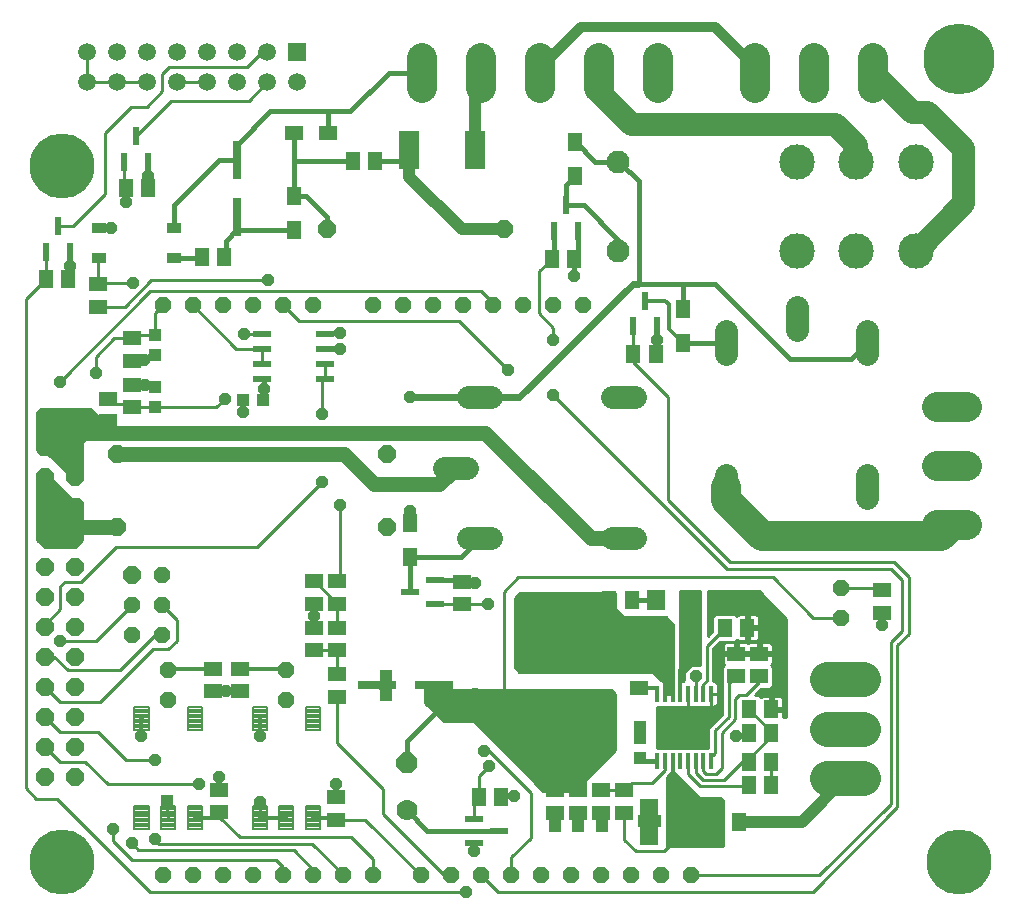
<source format=gtl>
G75*
G70*
%OFA0B0*%
%FSLAX24Y24*%
%IPPOS*%
%LPD*%
%AMOC8*
5,1,8,0,0,1.08239X$1,22.5*
%
%ADD10OC8,0.0594*%
%ADD11R,0.1280X0.0300*%
%ADD12R,0.0591X0.0512*%
%ADD13R,0.0512X0.0591*%
%ADD14R,0.0394X0.0433*%
%ADD15R,0.0551X0.0551*%
%ADD16R,0.0630X0.0709*%
%ADD17R,0.0630X0.0710*%
%ADD18R,0.0140X0.0560*%
%ADD19OC8,0.0554*%
%ADD20OC8,0.0600*%
%ADD21C,0.0780*%
%ADD22R,0.0610X0.0236*%
%ADD23R,0.0600X0.0220*%
%ADD24C,0.0700*%
%ADD25OC8,0.0700*%
%ADD26C,0.1181*%
%ADD27C,0.1000*%
%ADD28R,0.0433X0.0394*%
%ADD29C,0.0083*%
%ADD30R,0.0472X0.0591*%
%ADD31R,0.0220X0.0600*%
%ADD32R,0.2165X0.1969*%
%ADD33OC8,0.0520*%
%ADD34C,0.1181*%
%ADD35C,0.0768*%
%ADD36R,0.0594X0.0594*%
%ADD37C,0.0594*%
%ADD38R,0.0500X0.0350*%
%ADD39R,0.0591X0.0472*%
%ADD40R,0.0709X0.1260*%
%ADD41R,0.0300X0.1280*%
%ADD42R,0.0396X0.0396*%
%ADD43C,0.0120*%
%ADD44C,0.0100*%
%ADD45OC8,0.0396*%
%ADD46C,0.0160*%
%ADD47C,0.0240*%
%ADD48C,0.0500*%
%ADD49C,0.2165*%
%ADD50C,0.0400*%
%ADD51C,0.0140*%
%ADD52C,0.2362*%
%ADD53C,0.0760*%
%ADD54C,0.0320*%
D10*
X003806Y007307D03*
X003806Y008307D03*
X003806Y009307D03*
X003806Y010307D03*
X003806Y011307D03*
X003806Y012307D03*
X003806Y013307D03*
X003806Y014307D03*
X003806Y015307D03*
X003806Y016307D03*
X003806Y017307D03*
X003806Y018307D03*
X003806Y019307D03*
X004806Y019307D03*
X004806Y018307D03*
X004806Y017307D03*
X004806Y016307D03*
X004806Y015307D03*
X004806Y014307D03*
X004806Y013307D03*
X004806Y012307D03*
X004806Y011307D03*
X004806Y010307D03*
X004806Y009307D03*
X004806Y008307D03*
X004806Y007307D03*
D11*
X014881Y010382D03*
X016781Y010382D03*
D12*
X017706Y013058D03*
X017706Y013806D03*
X013556Y013831D03*
X012781Y013831D03*
X012781Y013083D03*
X013556Y013083D03*
X013556Y012281D03*
X013556Y011533D03*
X012781Y011533D03*
X012781Y012281D03*
X013556Y010731D03*
X013556Y009983D03*
X010330Y010168D03*
X009414Y010168D03*
X009414Y010916D03*
X010330Y010916D03*
X009631Y006881D03*
X009631Y006133D03*
X013531Y005883D03*
X013531Y006631D03*
X020806Y006856D03*
X020806Y006108D03*
X021581Y006108D03*
X021581Y006856D03*
X022356Y006856D03*
X022356Y006108D03*
X023131Y006108D03*
X023131Y006856D03*
X023606Y010283D03*
X023606Y011031D03*
X026856Y010658D03*
X026856Y011406D03*
X027631Y011406D03*
X027631Y010658D03*
X031706Y012783D03*
X031706Y013531D03*
X006706Y019633D03*
X006706Y020381D03*
X005906Y019906D03*
X005906Y019158D03*
X006706Y021183D03*
X006706Y021931D03*
X005581Y022983D03*
X005581Y023731D03*
D13*
X004605Y023907D03*
X003857Y023907D03*
X006507Y026932D03*
X007255Y026932D03*
X009057Y024632D03*
X009805Y024632D03*
X014082Y027832D03*
X014830Y027832D03*
X020707Y024582D03*
X021455Y024582D03*
X023432Y021407D03*
X024180Y021407D03*
X023380Y013207D03*
X022632Y013207D03*
X026482Y012282D03*
X027230Y012282D03*
X027282Y009557D03*
X028030Y009557D03*
X028030Y008782D03*
X027282Y008782D03*
X027282Y007807D03*
X028030Y007807D03*
X028030Y007032D03*
X027282Y007032D03*
X026955Y005807D03*
X026207Y005807D03*
X019030Y006632D03*
X018282Y006632D03*
D14*
X023656Y007923D03*
X023656Y008592D03*
X007481Y019623D03*
X007481Y020292D03*
X007481Y021373D03*
X007481Y022042D03*
D15*
X023783Y011907D03*
X025279Y011907D03*
D16*
X025057Y006232D03*
X025057Y005357D03*
X023955Y005357D03*
X023955Y006232D03*
D17*
X024196Y013207D03*
X025316Y013207D03*
D18*
X025261Y010077D03*
X025511Y010077D03*
X025771Y010077D03*
X026031Y010077D03*
X025001Y010077D03*
X024751Y010077D03*
X024491Y010077D03*
X024231Y010077D03*
X024231Y007837D03*
X024491Y007837D03*
X024751Y007837D03*
X025001Y007837D03*
X025261Y007837D03*
X025511Y007837D03*
X025771Y007837D03*
X026031Y007837D03*
D19*
X025356Y004032D03*
X024356Y004032D03*
X023356Y004032D03*
X022356Y004032D03*
X021356Y004032D03*
X020356Y004032D03*
X019356Y004032D03*
X018356Y004032D03*
X017356Y004032D03*
X016356Y004032D03*
X014756Y004032D03*
X013756Y004032D03*
X012756Y004032D03*
X011756Y004032D03*
X010756Y004032D03*
X009756Y004032D03*
X008756Y004032D03*
X007756Y004032D03*
X007706Y012032D03*
X006706Y012032D03*
X006706Y013032D03*
X007706Y013032D03*
X007706Y014032D03*
X007756Y023032D03*
X008756Y023032D03*
X009756Y023032D03*
X010756Y023032D03*
X011756Y023032D03*
X012756Y023032D03*
X014756Y023032D03*
X015756Y023032D03*
X016756Y023032D03*
X017756Y023032D03*
X018756Y023032D03*
X019756Y023032D03*
X020756Y023032D03*
X021756Y023032D03*
D20*
X019106Y025557D03*
X013206Y025557D03*
X015231Y018057D03*
X015231Y015632D03*
X006706Y014032D03*
X006231Y015632D03*
X006231Y018057D03*
D21*
X017116Y017607D02*
X017896Y017607D01*
X017916Y015257D02*
X018696Y015257D01*
X022716Y015257D02*
X023496Y015257D01*
X026531Y016592D02*
X026531Y017372D01*
X023496Y019957D02*
X022716Y019957D01*
X026531Y021392D02*
X026531Y022172D01*
X028881Y022192D02*
X028881Y022972D01*
X031231Y022172D02*
X031231Y021392D01*
X031231Y017372D02*
X031231Y016592D01*
X018696Y019957D02*
X017916Y019957D01*
D22*
X013169Y020584D03*
X013169Y021084D03*
X013169Y021584D03*
X013169Y022084D03*
X011043Y022084D03*
X011043Y021584D03*
X011043Y021084D03*
X011043Y020584D03*
D23*
X016831Y013857D03*
X015981Y013457D03*
X016831Y013057D03*
X018106Y005907D03*
X018106Y005107D03*
X018956Y005507D03*
D24*
X015881Y006195D03*
D25*
X015881Y007770D03*
D26*
X029903Y007262D02*
X031084Y007262D01*
X031084Y008916D02*
X029903Y008916D01*
X029903Y010569D02*
X031084Y010569D01*
D27*
X033681Y015332D02*
X027731Y015332D01*
X026531Y016532D01*
X026531Y016982D01*
X033556Y017676D02*
X034556Y017676D01*
X034556Y019644D02*
X033556Y019644D01*
X033556Y015707D02*
X034556Y015707D01*
X034056Y015707D02*
X033681Y015332D01*
X031431Y030282D02*
X031431Y031282D01*
X029463Y031282D02*
X029463Y030282D01*
X027494Y030282D02*
X027494Y031282D01*
X024256Y031282D02*
X024256Y030282D01*
X022288Y030282D02*
X022288Y031282D01*
X020319Y031282D02*
X020319Y030282D01*
X018351Y030282D02*
X018351Y031282D01*
X016382Y031282D02*
X016382Y030282D01*
D28*
X011091Y019857D03*
X010422Y019857D03*
D29*
X011210Y009631D02*
X011210Y008887D01*
X010742Y008887D01*
X010742Y009631D01*
X011210Y009631D01*
X011210Y008969D02*
X010742Y008969D01*
X010742Y009051D02*
X011210Y009051D01*
X011210Y009133D02*
X010742Y009133D01*
X010742Y009215D02*
X011210Y009215D01*
X011210Y009297D02*
X010742Y009297D01*
X010742Y009379D02*
X011210Y009379D01*
X011210Y009461D02*
X010742Y009461D01*
X010742Y009543D02*
X011210Y009543D01*
X011210Y009625D02*
X010742Y009625D01*
X009044Y009631D02*
X009044Y008887D01*
X008576Y008887D01*
X008576Y009631D01*
X009044Y009631D01*
X009044Y008969D02*
X008576Y008969D01*
X008576Y009051D02*
X009044Y009051D01*
X009044Y009133D02*
X008576Y009133D01*
X008576Y009215D02*
X009044Y009215D01*
X009044Y009297D02*
X008576Y009297D01*
X008576Y009379D02*
X009044Y009379D01*
X009044Y009461D02*
X008576Y009461D01*
X008576Y009543D02*
X009044Y009543D01*
X009044Y009625D02*
X008576Y009625D01*
X007273Y009631D02*
X007273Y008887D01*
X006805Y008887D01*
X006805Y009631D01*
X007273Y009631D01*
X007273Y008969D02*
X006805Y008969D01*
X006805Y009051D02*
X007273Y009051D01*
X007273Y009133D02*
X006805Y009133D01*
X006805Y009215D02*
X007273Y009215D01*
X007273Y009297D02*
X006805Y009297D01*
X006805Y009379D02*
X007273Y009379D01*
X007273Y009461D02*
X006805Y009461D01*
X006805Y009543D02*
X007273Y009543D01*
X007273Y009625D02*
X006805Y009625D01*
X007273Y006324D02*
X007273Y005580D01*
X006805Y005580D01*
X006805Y006324D01*
X007273Y006324D01*
X007273Y005662D02*
X006805Y005662D01*
X006805Y005744D02*
X007273Y005744D01*
X007273Y005826D02*
X006805Y005826D01*
X006805Y005908D02*
X007273Y005908D01*
X007273Y005990D02*
X006805Y005990D01*
X006805Y006072D02*
X007273Y006072D01*
X007273Y006154D02*
X006805Y006154D01*
X006805Y006236D02*
X007273Y006236D01*
X007273Y006318D02*
X006805Y006318D01*
X008158Y006324D02*
X008158Y005580D01*
X007690Y005580D01*
X007690Y006324D01*
X008158Y006324D01*
X008158Y005662D02*
X007690Y005662D01*
X007690Y005744D02*
X008158Y005744D01*
X008158Y005826D02*
X007690Y005826D01*
X007690Y005908D02*
X008158Y005908D01*
X008158Y005990D02*
X007690Y005990D01*
X007690Y006072D02*
X008158Y006072D01*
X008158Y006154D02*
X007690Y006154D01*
X007690Y006236D02*
X008158Y006236D01*
X008158Y006318D02*
X007690Y006318D01*
X009044Y006324D02*
X009044Y005580D01*
X008576Y005580D01*
X008576Y006324D01*
X009044Y006324D01*
X009044Y005662D02*
X008576Y005662D01*
X008576Y005744D02*
X009044Y005744D01*
X009044Y005826D02*
X008576Y005826D01*
X008576Y005908D02*
X009044Y005908D01*
X009044Y005990D02*
X008576Y005990D01*
X008576Y006072D02*
X009044Y006072D01*
X009044Y006154D02*
X008576Y006154D01*
X008576Y006236D02*
X009044Y006236D01*
X009044Y006318D02*
X008576Y006318D01*
X011210Y006324D02*
X011210Y005580D01*
X010742Y005580D01*
X010742Y006324D01*
X011210Y006324D01*
X011210Y005662D02*
X010742Y005662D01*
X010742Y005744D02*
X011210Y005744D01*
X011210Y005826D02*
X010742Y005826D01*
X010742Y005908D02*
X011210Y005908D01*
X011210Y005990D02*
X010742Y005990D01*
X010742Y006072D02*
X011210Y006072D01*
X011210Y006154D02*
X010742Y006154D01*
X010742Y006236D02*
X011210Y006236D01*
X011210Y006318D02*
X010742Y006318D01*
X012095Y006324D02*
X012095Y005580D01*
X011627Y005580D01*
X011627Y006324D01*
X012095Y006324D01*
X012095Y005662D02*
X011627Y005662D01*
X011627Y005744D02*
X012095Y005744D01*
X012095Y005826D02*
X011627Y005826D01*
X011627Y005908D02*
X012095Y005908D01*
X012095Y005990D02*
X011627Y005990D01*
X011627Y006072D02*
X012095Y006072D01*
X012095Y006154D02*
X011627Y006154D01*
X011627Y006236D02*
X012095Y006236D01*
X012095Y006318D02*
X011627Y006318D01*
X012981Y006324D02*
X012981Y005580D01*
X012513Y005580D01*
X012513Y006324D01*
X012981Y006324D01*
X012981Y005662D02*
X012513Y005662D01*
X012513Y005744D02*
X012981Y005744D01*
X012981Y005826D02*
X012513Y005826D01*
X012513Y005908D02*
X012981Y005908D01*
X012981Y005990D02*
X012513Y005990D01*
X012513Y006072D02*
X012981Y006072D01*
X012981Y006154D02*
X012513Y006154D01*
X012513Y006236D02*
X012981Y006236D01*
X012981Y006318D02*
X012513Y006318D01*
X012981Y008887D02*
X012981Y009631D01*
X012981Y008887D02*
X012513Y008887D01*
X012513Y009631D01*
X012981Y009631D01*
X012981Y008969D02*
X012513Y008969D01*
X012513Y009051D02*
X012981Y009051D01*
X012981Y009133D02*
X012513Y009133D01*
X012513Y009215D02*
X012981Y009215D01*
X012981Y009297D02*
X012513Y009297D01*
X012513Y009379D02*
X012981Y009379D01*
X012981Y009461D02*
X012513Y009461D01*
X012513Y009543D02*
X012981Y009543D01*
X012981Y009625D02*
X012513Y009625D01*
D30*
X015981Y014636D03*
X015981Y015778D03*
X025081Y021761D03*
X025081Y022903D03*
X021481Y027336D03*
X021481Y028478D03*
X012106Y026678D03*
X012106Y025536D03*
D31*
X007256Y027807D03*
X006456Y027807D03*
X006856Y028657D03*
X004256Y025657D03*
X003856Y024807D03*
X004656Y024807D03*
X020781Y025507D03*
X021581Y025507D03*
X021181Y026357D03*
X023831Y023182D03*
X023431Y022332D03*
X024231Y022332D03*
D32*
X020531Y012056D03*
X020531Y008709D03*
D33*
X011861Y009862D03*
X011861Y010862D03*
X007924Y010862D03*
X007924Y009862D03*
X030365Y012618D03*
X030365Y013618D03*
D34*
X030858Y024844D03*
X032842Y024844D03*
X032842Y027820D03*
X030858Y027820D03*
X028873Y027820D03*
X028873Y024844D03*
D35*
X022921Y024844D03*
X022921Y027820D03*
D36*
X012231Y031457D03*
D37*
X011231Y031457D03*
X010231Y031457D03*
X009231Y031457D03*
X008231Y031457D03*
X007231Y031457D03*
X006231Y031457D03*
X005231Y031457D03*
X005231Y030457D03*
X006231Y030457D03*
X007231Y030457D03*
X008231Y030457D03*
X009231Y030457D03*
X010231Y030457D03*
X011231Y030457D03*
X012231Y030457D03*
D38*
X008106Y025607D03*
X008106Y024607D03*
X005606Y024607D03*
X005606Y025607D03*
D39*
X012110Y028757D03*
X013252Y028757D03*
D40*
X015954Y028207D03*
X018159Y028207D03*
D41*
X010206Y027882D03*
X010206Y025982D03*
D42*
X015181Y010682D03*
X015181Y010032D03*
X020816Y005682D03*
X021591Y005682D03*
X022381Y005682D03*
X023796Y005832D03*
X024171Y005832D03*
X024781Y008457D03*
X025256Y008457D03*
X025731Y008457D03*
X025731Y008957D03*
X025256Y008957D03*
X024781Y008957D03*
X024781Y009457D03*
X025256Y009457D03*
X025731Y009457D03*
X023656Y008982D03*
X007881Y006507D03*
D43*
X008810Y005952D02*
X009562Y005952D01*
X009631Y006133D01*
X009631Y006881D02*
X009631Y007307D01*
X010976Y005952D02*
X011861Y005952D01*
X012747Y005952D02*
X013462Y005952D01*
X013531Y005883D01*
X013531Y006631D02*
X013531Y007057D01*
X010981Y008682D02*
X010981Y009254D01*
X010976Y009259D01*
X010330Y010168D02*
X010316Y010182D01*
X009856Y010182D01*
X009428Y010182D01*
X009414Y010168D01*
X009414Y010916D02*
X007979Y010916D01*
X007924Y010862D01*
X007039Y009259D02*
X007031Y009252D01*
X007031Y008682D01*
X010330Y010916D02*
X011807Y010916D01*
X011861Y010862D01*
X023656Y008982D02*
X023656Y008592D01*
X026856Y010582D02*
X027080Y010582D01*
X026856Y010658D01*
X025081Y021761D02*
X024606Y022236D01*
X024606Y023057D01*
X024481Y023182D01*
X023831Y023182D01*
D44*
X023431Y022332D02*
X023431Y021408D01*
X023432Y021407D01*
X023432Y021131D01*
X024581Y019982D01*
X024581Y016532D01*
X026656Y014457D01*
X032131Y014457D01*
X032606Y013982D01*
X032606Y012082D01*
X032231Y011707D01*
X032231Y006307D01*
X029406Y003482D01*
X018906Y003482D01*
X018356Y004032D01*
X017856Y003482D02*
X007331Y003482D01*
X004231Y006582D01*
X003531Y006582D01*
X003181Y006932D01*
X003181Y023231D01*
X003857Y023907D01*
X003856Y023908D01*
X003856Y024807D01*
X004656Y024782D02*
X004656Y024807D01*
X004656Y024782D02*
X004681Y024807D01*
X004656Y024782D02*
X004656Y024332D01*
X004656Y023958D01*
X004605Y023907D01*
X005581Y023731D02*
X005581Y024582D01*
X005606Y024607D01*
X005607Y023757D02*
X005581Y023731D01*
X005607Y023757D02*
X006756Y023757D01*
X007356Y023857D02*
X011256Y023857D01*
X011756Y023032D02*
X012281Y022507D01*
X017631Y022507D01*
X019256Y020882D01*
X020756Y020032D02*
X026556Y014232D01*
X032031Y014232D01*
X032381Y013882D01*
X032381Y012182D01*
X032006Y011807D01*
X032006Y006407D01*
X029631Y004032D01*
X025356Y004032D01*
X024456Y004832D02*
X024981Y005357D01*
X025057Y005357D01*
X024556Y005349D02*
X026431Y005349D01*
X026431Y005447D02*
X024556Y005447D01*
X024556Y005546D02*
X026431Y005546D01*
X026431Y005644D02*
X024556Y005644D01*
X024556Y005743D02*
X026431Y005743D01*
X026431Y005841D02*
X024556Y005841D01*
X024556Y005940D02*
X026431Y005940D01*
X026431Y006038D02*
X024556Y006038D01*
X024556Y006137D02*
X026431Y006137D01*
X026431Y006235D02*
X024556Y006235D01*
X024556Y006334D02*
X026431Y006334D01*
X026431Y006432D02*
X024556Y006432D01*
X024556Y006531D02*
X026408Y006531D01*
X026431Y006507D02*
X026431Y005007D01*
X024556Y005007D01*
X024556Y007296D01*
X024692Y007432D01*
X024706Y007432D01*
X024706Y007446D01*
X024711Y007451D01*
X024711Y007467D01*
X024731Y007487D01*
X024731Y007832D01*
X024761Y007832D01*
X024761Y007487D01*
X024781Y007467D01*
X024781Y007432D01*
X025606Y006607D01*
X026331Y006607D01*
X026431Y006507D01*
X026456Y007207D02*
X025756Y007207D01*
X025511Y007452D01*
X025511Y007837D01*
X025261Y007837D02*
X025261Y007402D01*
X025656Y007007D01*
X027256Y007007D01*
X027281Y007032D01*
X028030Y007032D02*
X028030Y007807D01*
X027282Y007807D02*
X027282Y007908D01*
X027931Y008557D01*
X027931Y008731D01*
X028030Y008782D01*
X028030Y008808D01*
X027282Y009556D01*
X027282Y009557D01*
X027181Y010032D02*
X026956Y010032D01*
X026831Y009907D01*
X026831Y009232D01*
X026381Y008782D01*
X026381Y007607D01*
X026181Y007407D01*
X025856Y007407D01*
X025771Y007492D01*
X025771Y007837D01*
X026031Y007837D02*
X026031Y008032D01*
X026081Y008032D01*
X026156Y008107D01*
X026156Y008857D01*
X026606Y009307D01*
X026606Y010433D01*
X026856Y010658D01*
X026391Y010668D02*
X026101Y010668D01*
X026101Y010766D02*
X026391Y010766D01*
X026391Y010865D02*
X026101Y010865D01*
X026101Y010963D02*
X026391Y010963D01*
X026391Y010985D02*
X026391Y010529D01*
X026386Y010524D01*
X026386Y010439D01*
X026382Y010354D01*
X026386Y010349D01*
X026386Y009398D01*
X025936Y008948D01*
X025936Y008287D01*
X024206Y008287D01*
X024206Y009627D01*
X025142Y009627D01*
X025164Y009649D01*
X025172Y009647D01*
X025261Y009647D01*
X025261Y009807D01*
X025261Y009807D01*
X025261Y009647D01*
X025351Y009647D01*
X025371Y009627D01*
X025912Y009627D01*
X025934Y009649D01*
X025942Y009647D01*
X026031Y009647D01*
X026031Y010077D01*
X026031Y010077D01*
X026031Y010077D01*
X026031Y009647D01*
X026121Y009647D01*
X026159Y009658D01*
X026193Y009677D01*
X026221Y009705D01*
X026241Y009739D01*
X026251Y009778D01*
X026251Y010077D01*
X026386Y010077D01*
X026386Y010175D02*
X026251Y010175D01*
X026251Y010077D02*
X026251Y010377D01*
X026241Y010415D01*
X026221Y010449D01*
X026193Y010477D01*
X026159Y010497D01*
X026121Y010507D01*
X026101Y010507D01*
X026101Y011590D01*
X026328Y011817D01*
X026809Y011817D01*
X026870Y011879D01*
X026882Y011867D01*
X026917Y011847D01*
X026955Y011837D01*
X027180Y011837D01*
X027180Y012232D01*
X027280Y012232D01*
X027280Y011837D01*
X027506Y011837D01*
X027544Y011847D01*
X027578Y011867D01*
X027606Y011895D01*
X027626Y011929D01*
X027636Y011967D01*
X027636Y012232D01*
X027280Y012232D01*
X027280Y012332D01*
X027180Y012332D01*
X027180Y012728D01*
X026955Y012728D01*
X026917Y012717D01*
X026882Y012698D01*
X026870Y012686D01*
X026809Y012748D01*
X026156Y012748D01*
X026056Y012648D01*
X026056Y012168D01*
X025906Y012017D01*
X025906Y013507D01*
X027606Y013507D01*
X028531Y012582D01*
X028531Y009307D01*
X028436Y009307D01*
X028436Y009507D01*
X028080Y009507D01*
X028080Y009607D01*
X027980Y009607D01*
X027980Y010003D01*
X027755Y010003D01*
X027717Y009992D01*
X027682Y009973D01*
X027670Y009961D01*
X027609Y010023D01*
X027483Y010023D01*
X027693Y010232D01*
X027997Y010232D01*
X028097Y010332D01*
X028097Y010985D01*
X028035Y011046D01*
X028047Y011058D01*
X028066Y011092D01*
X028077Y011131D01*
X028077Y011356D01*
X027681Y011356D01*
X027681Y011456D01*
X028531Y011456D01*
X028531Y011554D02*
X028077Y011554D01*
X028077Y011456D02*
X028077Y011682D01*
X028066Y011720D01*
X028047Y011754D01*
X028019Y011782D01*
X027984Y011802D01*
X027946Y011812D01*
X027681Y011812D01*
X027681Y011456D01*
X027581Y011456D01*
X026906Y011456D01*
X026806Y011456D01*
X026101Y011456D01*
X026101Y011554D02*
X026411Y011554D01*
X026411Y011456D02*
X026411Y011682D01*
X026421Y011720D01*
X026441Y011754D01*
X026469Y011782D01*
X026503Y011802D01*
X026541Y011812D01*
X026806Y011812D01*
X026806Y011456D01*
X026806Y011356D01*
X026411Y011356D01*
X026411Y011131D01*
X026421Y011092D01*
X026441Y011058D01*
X026453Y011046D01*
X026391Y010985D01*
X026439Y011062D02*
X026101Y011062D01*
X026101Y011160D02*
X026411Y011160D01*
X026411Y011259D02*
X026101Y011259D01*
X026101Y011357D02*
X026806Y011357D01*
X026806Y011456D02*
X026411Y011456D01*
X026411Y011653D02*
X026164Y011653D01*
X026262Y011751D02*
X026439Y011751D01*
X026806Y011751D02*
X026906Y011751D01*
X026906Y011812D02*
X026906Y011456D01*
X027581Y011456D01*
X027581Y011356D01*
X027186Y011356D01*
X026906Y011356D01*
X026906Y011456D01*
X026906Y011554D02*
X026806Y011554D01*
X026806Y011653D02*
X026906Y011653D01*
X026906Y011812D02*
X027171Y011812D01*
X027209Y011802D01*
X027244Y011782D01*
X027244Y011782D01*
X027244Y011782D01*
X027278Y011802D01*
X027316Y011812D01*
X027581Y011812D01*
X027581Y011456D01*
X027581Y011554D02*
X027681Y011554D01*
X027681Y011456D02*
X028077Y011456D01*
X028077Y011653D02*
X028531Y011653D01*
X028531Y011751D02*
X028048Y011751D01*
X027681Y011751D02*
X027581Y011751D01*
X027581Y011653D02*
X027681Y011653D01*
X027549Y011850D02*
X028531Y011850D01*
X028531Y011948D02*
X027631Y011948D01*
X027636Y012047D02*
X028531Y012047D01*
X028531Y012145D02*
X027636Y012145D01*
X027636Y012332D02*
X027280Y012332D01*
X027280Y012728D01*
X027506Y012728D01*
X027544Y012717D01*
X027578Y012698D01*
X027606Y012670D01*
X027626Y012635D01*
X027636Y012597D01*
X027636Y012332D01*
X027636Y012342D02*
X028531Y012342D01*
X028531Y012244D02*
X027280Y012244D01*
X027280Y012342D02*
X027180Y012342D01*
X027180Y012441D02*
X027280Y012441D01*
X027280Y012539D02*
X027180Y012539D01*
X027180Y012638D02*
X027280Y012638D01*
X027625Y012638D02*
X028476Y012638D01*
X028531Y012539D02*
X027636Y012539D01*
X027636Y012441D02*
X028531Y012441D01*
X028377Y012736D02*
X026820Y012736D01*
X026482Y012282D02*
X025881Y011681D01*
X025881Y010507D01*
X025771Y010397D01*
X025771Y010077D01*
X025511Y010077D02*
X025511Y010652D01*
X025506Y010657D01*
X025138Y010668D02*
X024981Y010668D01*
X024981Y010766D02*
X025138Y010766D01*
X025138Y010810D02*
X025138Y010527D01*
X025121Y010527D01*
X025101Y010507D01*
X024981Y010507D01*
X024981Y013507D01*
X025656Y013507D01*
X025656Y011025D01*
X025354Y011025D01*
X025138Y010810D01*
X025193Y010865D02*
X024981Y010865D01*
X024981Y010963D02*
X025292Y010963D01*
X024981Y011062D02*
X025656Y011062D01*
X025656Y011160D02*
X024981Y011160D01*
X024981Y011259D02*
X025656Y011259D01*
X025656Y011357D02*
X024981Y011357D01*
X024981Y011456D02*
X025656Y011456D01*
X025656Y011554D02*
X024981Y011554D01*
X024981Y011653D02*
X025656Y011653D01*
X025656Y011751D02*
X024981Y011751D01*
X024981Y011850D02*
X025656Y011850D01*
X025656Y011948D02*
X024981Y011948D01*
X024981Y012047D02*
X025656Y012047D01*
X025656Y012145D02*
X024981Y012145D01*
X024981Y012244D02*
X025656Y012244D01*
X025656Y012342D02*
X024981Y012342D01*
X024981Y012441D02*
X025656Y012441D01*
X025656Y012539D02*
X024981Y012539D01*
X024981Y012638D02*
X025656Y012638D01*
X025656Y012736D02*
X024981Y012736D01*
X024981Y012835D02*
X025656Y012835D01*
X025656Y012933D02*
X024981Y012933D01*
X024981Y013032D02*
X025656Y013032D01*
X025656Y013130D02*
X024981Y013130D01*
X024981Y013229D02*
X025656Y013229D01*
X025656Y013327D02*
X024981Y013327D01*
X024981Y013426D02*
X025656Y013426D01*
X025906Y013426D02*
X027688Y013426D01*
X027786Y013327D02*
X025906Y013327D01*
X025906Y013229D02*
X027885Y013229D01*
X027983Y013130D02*
X025906Y013130D01*
X025906Y013032D02*
X028082Y013032D01*
X028180Y012933D02*
X025906Y012933D01*
X025906Y012835D02*
X028279Y012835D01*
X028081Y013957D02*
X029421Y012618D01*
X030365Y012618D01*
X030365Y013618D02*
X031620Y013618D01*
X031706Y013531D01*
X031706Y012782D02*
X031706Y012382D01*
X028531Y011357D02*
X027681Y011357D01*
X027581Y011357D02*
X026906Y011357D01*
X026912Y011850D02*
X026841Y011850D01*
X027180Y011850D02*
X027280Y011850D01*
X027280Y011948D02*
X027180Y011948D01*
X027180Y012047D02*
X027280Y012047D01*
X027280Y012145D02*
X027180Y012145D01*
X028077Y011259D02*
X028531Y011259D01*
X028531Y011160D02*
X028077Y011160D01*
X028049Y011062D02*
X028531Y011062D01*
X028531Y010963D02*
X028097Y010963D01*
X028097Y010865D02*
X028531Y010865D01*
X028531Y010766D02*
X028097Y010766D01*
X028097Y010668D02*
X028531Y010668D01*
X028531Y010569D02*
X028097Y010569D01*
X028097Y010471D02*
X028531Y010471D01*
X028531Y010372D02*
X028097Y010372D01*
X028038Y010274D02*
X028531Y010274D01*
X028531Y010175D02*
X027635Y010175D01*
X027537Y010077D02*
X028531Y010077D01*
X028531Y009978D02*
X028368Y009978D01*
X028378Y009973D02*
X028344Y009992D01*
X028306Y010003D01*
X028080Y010003D01*
X028080Y009607D01*
X028436Y009607D01*
X028436Y009872D01*
X028426Y009910D01*
X028406Y009945D01*
X028378Y009973D01*
X028434Y009880D02*
X028531Y009880D01*
X028531Y009781D02*
X028436Y009781D01*
X028436Y009683D02*
X028531Y009683D01*
X028531Y009584D02*
X028080Y009584D01*
X028080Y009683D02*
X027980Y009683D01*
X027980Y009781D02*
X028080Y009781D01*
X028080Y009880D02*
X027980Y009880D01*
X027980Y009978D02*
X028080Y009978D01*
X027692Y009978D02*
X027653Y009978D01*
X027181Y010032D02*
X027631Y010482D01*
X027631Y010658D01*
X026391Y010569D02*
X026101Y010569D01*
X026200Y010471D02*
X026386Y010471D01*
X026383Y010372D02*
X026251Y010372D01*
X026251Y010274D02*
X026386Y010274D01*
X026251Y010077D02*
X026031Y010077D01*
X026036Y010077D01*
X026031Y010077D02*
X026031Y010077D01*
X026251Y010077D01*
X026251Y009978D02*
X026386Y009978D01*
X026386Y009880D02*
X026251Y009880D01*
X026251Y009781D02*
X026386Y009781D01*
X026386Y009683D02*
X026199Y009683D01*
X026031Y009683D02*
X026031Y009683D01*
X026031Y009781D02*
X026031Y009781D01*
X026031Y009880D02*
X026031Y009880D01*
X026031Y009978D02*
X026031Y009978D01*
X026386Y009584D02*
X024206Y009584D01*
X024206Y009486D02*
X026386Y009486D01*
X026375Y009387D02*
X024206Y009387D01*
X024206Y009289D02*
X026277Y009289D01*
X026178Y009190D02*
X024206Y009190D01*
X024206Y009092D02*
X026080Y009092D01*
X025981Y008993D02*
X024206Y008993D01*
X024206Y008895D02*
X025936Y008895D01*
X025936Y008796D02*
X024206Y008796D01*
X024206Y008698D02*
X025936Y008698D01*
X025936Y008599D02*
X024206Y008599D01*
X024206Y008501D02*
X025936Y008501D01*
X025936Y008402D02*
X024206Y008402D01*
X024206Y008304D02*
X025936Y008304D01*
X026856Y008682D02*
X027281Y008682D01*
X027281Y008782D01*
X027930Y008834D02*
X028030Y008782D01*
X028436Y009387D02*
X028531Y009387D01*
X028531Y009486D02*
X028436Y009486D01*
X027282Y007807D02*
X027056Y007807D01*
X026456Y007207D01*
X025584Y006629D02*
X024556Y006629D01*
X024556Y006728D02*
X025486Y006728D01*
X025387Y006826D02*
X024556Y006826D01*
X024556Y006925D02*
X025289Y006925D01*
X025190Y007023D02*
X024556Y007023D01*
X024556Y007122D02*
X025092Y007122D01*
X024993Y007220D02*
X024556Y007220D01*
X024579Y007319D02*
X024895Y007319D01*
X024796Y007417D02*
X024677Y007417D01*
X024731Y007516D02*
X024761Y007516D01*
X024761Y007614D02*
X024731Y007614D01*
X024731Y007713D02*
X024761Y007713D01*
X024761Y007811D02*
X024731Y007811D01*
X024491Y007837D02*
X024491Y007542D01*
X024056Y007107D01*
X023382Y007107D01*
X023131Y006856D01*
X022356Y006856D01*
X021806Y006832D02*
X020431Y006832D01*
X018106Y009157D01*
X017106Y009157D01*
X016481Y009782D01*
X016481Y010207D01*
X022681Y010207D01*
X022806Y010082D01*
X022806Y008207D01*
X021806Y007207D01*
X021806Y006832D01*
X021806Y006925D02*
X020339Y006925D01*
X020240Y007023D02*
X021806Y007023D01*
X021806Y007122D02*
X020142Y007122D01*
X020043Y007220D02*
X021819Y007220D01*
X021918Y007319D02*
X019945Y007319D01*
X019846Y007417D02*
X022016Y007417D01*
X022115Y007516D02*
X019748Y007516D01*
X019649Y007614D02*
X022213Y007614D01*
X022312Y007713D02*
X019551Y007713D01*
X019452Y007811D02*
X022410Y007811D01*
X022509Y007910D02*
X019354Y007910D01*
X019255Y008008D02*
X022607Y008008D01*
X022706Y008107D02*
X019157Y008107D01*
X019058Y008205D02*
X022804Y008205D01*
X022806Y008304D02*
X018960Y008304D01*
X018861Y008402D02*
X022806Y008402D01*
X022806Y008501D02*
X018763Y008501D01*
X018664Y008599D02*
X022806Y008599D01*
X022806Y008698D02*
X018566Y008698D01*
X018467Y008796D02*
X022806Y008796D01*
X022806Y008895D02*
X018369Y008895D01*
X018270Y008993D02*
X022806Y008993D01*
X022806Y009092D02*
X018172Y009092D01*
X018931Y009782D02*
X019106Y009957D01*
X019106Y013482D01*
X019581Y013957D01*
X028081Y013957D01*
X026145Y012736D02*
X025906Y012736D01*
X025906Y012638D02*
X026056Y012638D01*
X026056Y012539D02*
X025906Y012539D01*
X025906Y012441D02*
X026056Y012441D01*
X026056Y012342D02*
X025906Y012342D01*
X025906Y012244D02*
X026056Y012244D01*
X026034Y012145D02*
X025906Y012145D01*
X025906Y012047D02*
X025936Y012047D01*
X024756Y012047D02*
X019481Y012047D01*
X019481Y012145D02*
X024756Y012145D01*
X024756Y012244D02*
X019481Y012244D01*
X019481Y012342D02*
X024756Y012342D01*
X024756Y012382D02*
X024506Y012632D01*
X023106Y012632D01*
X022831Y012907D01*
X022831Y013432D01*
X019656Y013432D01*
X019481Y013257D01*
X019481Y010957D01*
X019631Y010807D01*
X024081Y010807D01*
X024361Y010527D01*
X024372Y010527D01*
X024471Y010428D01*
X024471Y010057D01*
X024756Y010057D01*
X024756Y012382D01*
X024698Y012441D02*
X019481Y012441D01*
X019481Y012539D02*
X024599Y012539D01*
X024756Y011948D02*
X019481Y011948D01*
X019481Y011850D02*
X024756Y011850D01*
X024756Y011751D02*
X019481Y011751D01*
X019481Y011653D02*
X024756Y011653D01*
X024756Y011554D02*
X019481Y011554D01*
X019481Y011456D02*
X024756Y011456D01*
X024756Y011357D02*
X019481Y011357D01*
X019481Y011259D02*
X024756Y011259D01*
X024756Y011160D02*
X019481Y011160D01*
X019481Y011062D02*
X024756Y011062D01*
X024751Y011137D02*
X024751Y010077D01*
X024756Y010077D02*
X024471Y010077D01*
X024471Y010175D02*
X024756Y010175D01*
X024756Y010274D02*
X024471Y010274D01*
X024471Y010372D02*
X024756Y010372D01*
X024756Y010471D02*
X024428Y010471D01*
X024319Y010569D02*
X024756Y010569D01*
X024756Y010668D02*
X024221Y010668D01*
X024122Y010766D02*
X024756Y010766D01*
X024756Y010865D02*
X019574Y010865D01*
X019481Y010963D02*
X024756Y010963D01*
X024981Y010569D02*
X025138Y010569D01*
X025261Y009781D02*
X025261Y009781D01*
X025261Y009683D02*
X025261Y009683D01*
X022806Y009683D02*
X016581Y009683D01*
X016679Y009584D02*
X022806Y009584D01*
X022806Y009486D02*
X016778Y009486D01*
X016876Y009387D02*
X022806Y009387D01*
X022806Y009289D02*
X016975Y009289D01*
X017073Y009190D02*
X022806Y009190D01*
X022806Y009781D02*
X016482Y009781D01*
X016481Y009880D02*
X022806Y009880D01*
X022806Y009978D02*
X016481Y009978D01*
X016481Y010077D02*
X022806Y010077D01*
X022713Y010175D02*
X016481Y010175D01*
X015181Y010032D02*
X014881Y010382D01*
X013556Y010731D02*
X013556Y011533D01*
X012781Y011533D01*
X012781Y012281D02*
X012781Y012682D01*
X012781Y013083D01*
X012807Y013831D02*
X013555Y013083D01*
X013556Y013083D01*
X013556Y012281D01*
X013556Y013831D02*
X013656Y013931D01*
X013656Y016357D01*
X013056Y017132D02*
X010881Y014957D01*
X006181Y014957D01*
X005031Y013807D01*
X004481Y013807D01*
X004331Y013657D01*
X004331Y012907D01*
X003806Y012382D01*
X003806Y012307D01*
X004331Y011832D02*
X005506Y011832D01*
X006706Y013032D01*
X007706Y013032D02*
X008206Y012532D01*
X008206Y011832D01*
X007931Y011557D01*
X007406Y011557D01*
X005656Y009807D01*
X004306Y009807D01*
X003806Y010307D01*
X004581Y010857D02*
X006306Y010857D01*
X007481Y012032D01*
X007706Y012032D01*
X004581Y010857D02*
X004131Y011307D01*
X003806Y011307D01*
X003806Y009307D02*
X004306Y008807D01*
X005581Y008807D01*
X006531Y007857D01*
X007481Y007857D01*
X008956Y007057D02*
X005906Y007057D01*
X005156Y007807D01*
X004306Y007807D01*
X003806Y008307D01*
X006081Y005557D02*
X006081Y005182D01*
X006731Y004532D01*
X011531Y004532D01*
X011756Y004307D01*
X011756Y004032D01*
X012106Y004857D02*
X006931Y004857D01*
X006706Y005107D01*
X007481Y005232D02*
X007631Y005082D01*
X012731Y005082D01*
X013756Y004057D01*
X013756Y004032D01*
X014756Y004032D02*
X014756Y004557D01*
X014006Y005307D01*
X010306Y005307D01*
X009661Y005952D01*
X009562Y005952D01*
X010976Y005952D02*
X010981Y005958D01*
X010981Y006482D01*
X012106Y004857D02*
X012756Y004207D01*
X012756Y004032D01*
X013531Y005883D02*
X014505Y005883D01*
X016356Y004032D01*
X017106Y004032D02*
X017356Y004032D01*
X017106Y004032D02*
X015081Y006057D01*
X015081Y006907D01*
X013556Y008432D01*
X013556Y009983D01*
X016831Y013057D02*
X016832Y013058D01*
X017706Y013058D01*
X017707Y013057D01*
X018581Y013057D01*
X019481Y013032D02*
X022831Y013032D01*
X022831Y013130D02*
X019481Y013130D01*
X019481Y013229D02*
X022831Y013229D01*
X022831Y013327D02*
X019551Y013327D01*
X019650Y013426D02*
X022831Y013426D01*
X022831Y012933D02*
X019481Y012933D01*
X019481Y012835D02*
X022904Y012835D01*
X023002Y012736D02*
X019481Y012736D01*
X019481Y012638D02*
X023101Y012638D01*
X018606Y008182D02*
X018456Y008182D01*
X018606Y008182D02*
X020006Y006782D01*
X020006Y005282D01*
X019356Y004632D01*
X019356Y004032D01*
X018106Y004832D02*
X018106Y005107D01*
X018106Y005907D02*
X018106Y006457D01*
X018281Y006632D01*
X018281Y006633D02*
X018282Y006632D01*
X018281Y006633D02*
X018281Y007332D01*
X018606Y007657D01*
X019030Y006632D02*
X019431Y006632D01*
X019456Y006657D01*
X020806Y006108D02*
X020806Y005747D01*
X020816Y005682D01*
X021581Y005722D02*
X021591Y005682D01*
X021581Y005722D02*
X021581Y006108D01*
X022356Y006108D02*
X022356Y005707D01*
X022381Y005682D01*
X023131Y006108D02*
X023131Y005207D01*
X023506Y004832D01*
X024456Y004832D01*
X024556Y005053D02*
X026431Y005053D01*
X026431Y005152D02*
X024556Y005152D01*
X024556Y005250D02*
X026431Y005250D01*
X025056Y005931D02*
X025057Y006232D01*
X023955Y006232D02*
X023796Y006073D01*
X023796Y005832D01*
X023796Y005516D01*
X023955Y005357D01*
X012807Y013831D02*
X012781Y013831D01*
X015981Y015778D02*
X015981Y016182D01*
X013056Y019407D02*
X013056Y020507D01*
X013081Y020532D01*
X013106Y020532D01*
X013131Y020557D01*
X013131Y020546D02*
X013169Y020584D01*
X013169Y021084D01*
X013167Y021082D01*
X013171Y021582D02*
X013169Y021584D01*
X013171Y021582D02*
X013656Y021582D01*
X013633Y022084D02*
X013169Y022084D01*
X013633Y022084D02*
X013656Y022107D01*
X011031Y022082D02*
X011029Y022084D01*
X010456Y022084D01*
X010204Y021584D02*
X008756Y023032D01*
X007756Y023032D02*
X007481Y022757D01*
X007481Y022042D01*
X006817Y022042D01*
X006706Y021931D01*
X006130Y021931D01*
X005506Y021307D01*
X005506Y020782D01*
X005906Y019906D02*
X005906Y019882D01*
X006056Y019732D01*
X006607Y019732D01*
X006706Y019633D01*
X007471Y019633D01*
X007481Y019623D01*
X009522Y019623D01*
X009806Y019907D01*
X010422Y019857D02*
X010422Y019492D01*
X010431Y019482D01*
X011041Y021082D02*
X011043Y021084D01*
X011043Y021584D01*
X010204Y021584D01*
X007481Y021373D02*
X007297Y021373D01*
X007131Y021207D01*
X007107Y021183D01*
X006706Y021183D01*
X006706Y020381D02*
X007155Y020381D01*
X007156Y020382D01*
X007391Y020382D01*
X007481Y020292D01*
X006056Y019332D02*
X006056Y018957D01*
X005556Y018957D01*
X005056Y018457D01*
X005056Y017332D01*
X004556Y017332D01*
X004556Y017457D01*
X003931Y018082D01*
X003681Y018082D01*
X003556Y018207D01*
X003556Y019457D01*
X003681Y019582D01*
X005306Y019582D01*
X005556Y019332D01*
X006056Y019332D01*
X006056Y019237D02*
X003556Y019237D01*
X003556Y019139D02*
X006056Y019139D01*
X006056Y019040D02*
X003556Y019040D01*
X003556Y018942D02*
X005541Y018942D01*
X005442Y018843D02*
X003556Y018843D01*
X003556Y018745D02*
X005344Y018745D01*
X005245Y018646D02*
X003556Y018646D01*
X003556Y018548D02*
X005147Y018548D01*
X005056Y018449D02*
X003556Y018449D01*
X003556Y018351D02*
X005056Y018351D01*
X005056Y018252D02*
X003556Y018252D01*
X003610Y018154D02*
X005056Y018154D01*
X005056Y018055D02*
X003958Y018055D01*
X004057Y017957D02*
X005056Y017957D01*
X005056Y017858D02*
X004155Y017858D01*
X004254Y017760D02*
X005056Y017760D01*
X005056Y017661D02*
X004352Y017661D01*
X004451Y017563D02*
X005056Y017563D01*
X005056Y017464D02*
X004549Y017464D01*
X004556Y017366D02*
X005056Y017366D01*
X004390Y016873D02*
X003556Y016873D01*
X003556Y016775D02*
X004489Y016775D01*
X004587Y016676D02*
X003556Y016676D01*
X003556Y016578D02*
X004936Y016578D01*
X004931Y016582D02*
X005056Y016457D01*
X005056Y015207D01*
X004806Y014957D01*
X003806Y014957D01*
X003556Y015207D01*
X003556Y017332D01*
X004056Y017332D01*
X004056Y017207D01*
X004681Y016582D01*
X004931Y016582D01*
X005034Y016479D02*
X003556Y016479D01*
X003556Y016381D02*
X005056Y016381D01*
X005056Y016282D02*
X003556Y016282D01*
X003556Y016184D02*
X005056Y016184D01*
X005056Y016085D02*
X003556Y016085D01*
X003556Y015987D02*
X005056Y015987D01*
X005056Y015888D02*
X003556Y015888D01*
X003556Y015790D02*
X005056Y015790D01*
X005056Y015691D02*
X003556Y015691D01*
X003556Y015593D02*
X005056Y015593D01*
X005056Y015494D02*
X003556Y015494D01*
X003556Y015396D02*
X005056Y015396D01*
X005056Y015297D02*
X003556Y015297D01*
X003565Y015199D02*
X005048Y015199D01*
X004949Y015100D02*
X003663Y015100D01*
X003762Y015002D02*
X004851Y015002D01*
X004292Y016972D02*
X003556Y016972D01*
X003556Y017070D02*
X004193Y017070D01*
X004095Y017169D02*
X003556Y017169D01*
X003556Y017267D02*
X004056Y017267D01*
X003556Y019336D02*
X005553Y019336D01*
X005454Y019434D02*
X003556Y019434D01*
X003632Y019533D02*
X005356Y019533D01*
X004306Y020482D02*
X007331Y023507D01*
X018356Y023507D01*
X018756Y023107D01*
X018756Y023032D01*
X020281Y022757D02*
X020281Y024156D01*
X020707Y024582D01*
X020281Y022757D02*
X020756Y022282D01*
X020756Y021857D01*
X024180Y021407D02*
X024231Y021458D01*
X024231Y021882D01*
X024231Y022332D01*
X011231Y030457D02*
X010606Y029832D01*
X008031Y029832D01*
X006856Y028657D01*
X006681Y029632D02*
X005831Y028782D01*
X005831Y026732D01*
X004756Y025657D01*
X004256Y025657D01*
X005606Y025607D02*
X006006Y025607D01*
X006506Y026482D02*
X006506Y026907D01*
X006507Y026932D02*
X006456Y026983D01*
X006456Y027807D01*
X007256Y027807D02*
X007256Y027332D01*
X007256Y026933D01*
X007255Y026932D01*
X007206Y029632D02*
X006681Y029632D01*
X007206Y029632D02*
X007731Y030157D01*
X007731Y030732D01*
X007956Y030957D01*
X010556Y030957D01*
X011056Y031457D01*
X011231Y031457D01*
X009231Y030457D02*
X008231Y030457D01*
X007231Y030457D02*
X006231Y030457D01*
X005231Y030457D01*
X005231Y031457D01*
X007356Y023857D02*
X006482Y022983D01*
X005581Y022983D01*
X007881Y006507D02*
X007879Y006157D01*
X007924Y005952D01*
D45*
X007481Y005232D03*
X006706Y005107D03*
X006081Y005557D03*
X007481Y007857D03*
X007031Y008682D03*
X008956Y007057D03*
X009631Y007307D03*
X010981Y006482D03*
X013531Y007057D03*
X010981Y008682D03*
X009856Y010182D03*
X012781Y012682D03*
X016656Y010282D03*
X018156Y010057D03*
X018456Y008182D03*
X018606Y007657D03*
X019456Y006657D03*
X018106Y004832D03*
X017856Y003482D03*
X022581Y010032D03*
X025506Y010657D03*
X026856Y008682D03*
X031706Y012382D03*
X020756Y020032D03*
X019256Y020882D03*
X020756Y021857D03*
X021456Y024007D03*
X024231Y021882D03*
X015981Y019957D03*
X013656Y021582D03*
X013656Y022107D03*
X011256Y023857D03*
X010456Y022084D03*
X011106Y020232D03*
X010431Y019482D03*
X009806Y019907D03*
X007156Y020382D03*
X007131Y021207D03*
X005506Y020782D03*
X004306Y020482D03*
X006756Y023757D03*
X006006Y025607D03*
X006506Y026482D03*
X007256Y027332D03*
X004656Y024332D03*
X013056Y019407D03*
X013056Y017132D03*
X013656Y016357D03*
X015981Y016182D03*
X018156Y013782D03*
X018581Y013057D03*
X004331Y011832D03*
D46*
X011091Y019857D02*
X011106Y019873D01*
X011106Y020232D01*
X011106Y020521D01*
X011043Y020584D01*
X009856Y024632D02*
X009856Y025182D01*
X010231Y025557D01*
X010231Y025957D01*
X010206Y025982D01*
X010231Y025557D02*
X010252Y025536D01*
X012106Y025536D01*
X013206Y025557D02*
X013206Y025982D01*
X012506Y026682D01*
X012110Y026682D01*
X012106Y026678D01*
X012106Y027807D01*
X012131Y027832D01*
X014082Y027832D01*
X014830Y027832D02*
X015879Y027832D01*
X015954Y027907D01*
X014002Y029507D02*
X013231Y029507D01*
X011331Y029507D01*
X010206Y028382D01*
X010206Y027882D01*
X009606Y027882D01*
X008106Y026382D01*
X008106Y025607D01*
X008106Y024607D02*
X009032Y024607D01*
X009057Y024632D01*
X009805Y024632D02*
X009856Y024632D01*
X012106Y027807D02*
X012106Y028753D01*
X012110Y028757D01*
X013252Y028757D02*
X013252Y029486D01*
X013231Y029507D01*
X014002Y029507D02*
X015277Y030782D01*
X016382Y030782D01*
X021481Y028478D02*
X021510Y028478D01*
X022168Y027820D01*
X022921Y027820D01*
X022968Y027820D01*
X023606Y027182D01*
X023606Y023757D01*
X023581Y023732D01*
X025031Y023732D01*
X026156Y023732D01*
X028656Y021232D01*
X030681Y021232D01*
X031231Y021782D01*
X026531Y021782D02*
X026510Y021761D01*
X025081Y021761D01*
X025081Y022903D02*
X025081Y023682D01*
X025031Y023732D01*
X022921Y024844D02*
X022921Y025218D01*
X021781Y026357D01*
X021181Y026357D01*
X021181Y027036D01*
X021481Y027336D01*
X021581Y025507D02*
X021581Y024708D01*
X021455Y024582D01*
X021455Y024133D01*
X021456Y024007D01*
X020781Y024656D02*
X020707Y024582D01*
X020781Y024656D02*
X020781Y025507D01*
X018306Y015257D02*
X017685Y014636D01*
X015981Y014636D01*
X015981Y013457D01*
X016831Y013857D02*
X017656Y013857D01*
X017706Y013807D01*
X017706Y013806D02*
X018132Y013806D01*
X018156Y013782D01*
X016981Y009607D02*
X015881Y008507D01*
X015881Y007770D01*
X015881Y006195D02*
X016569Y005507D01*
X018956Y005507D01*
X023656Y007832D02*
X024156Y007832D01*
X024196Y013207D02*
X023380Y013207D01*
D47*
X019631Y019957D02*
X018306Y019957D01*
X015981Y019957D01*
X019631Y019957D02*
X023406Y023732D01*
X023581Y023732D01*
D48*
X018481Y018782D02*
X004806Y018782D01*
X006231Y018057D02*
X013781Y018057D01*
X014781Y017057D01*
X016956Y017057D01*
X017506Y017607D01*
X018481Y018782D02*
X022006Y015257D01*
X023106Y015257D01*
X006231Y015632D02*
X004806Y015632D01*
D49*
X004381Y004456D03*
X004381Y027685D03*
X034302Y004456D03*
D50*
X030494Y007262D02*
X029039Y005807D01*
X026955Y005807D01*
X019106Y025557D02*
X017706Y025557D01*
X015954Y027310D01*
X015954Y027907D01*
X015954Y028207D01*
X018159Y028207D02*
X018159Y030590D01*
X018351Y030782D01*
X020319Y030782D02*
X020319Y030945D01*
X027494Y030969D02*
X027494Y030782D01*
D51*
X025181Y011032D02*
X025001Y010877D01*
X025001Y010077D01*
X024491Y010077D02*
X024491Y010792D01*
X024205Y010283D02*
X024231Y010257D01*
X024231Y010077D01*
X024205Y010283D02*
X023606Y010283D01*
X024161Y007837D02*
X024156Y007832D01*
X024161Y007837D02*
X024231Y007837D01*
D52*
X034302Y031228D03*
D53*
X033231Y029457D02*
X032731Y029457D01*
X031431Y030757D01*
X031431Y030782D01*
X033231Y029457D02*
X034431Y028257D01*
X034431Y026433D01*
X032842Y024844D01*
X030858Y027820D02*
X030858Y028381D01*
X030156Y029082D01*
X023356Y029082D01*
X022288Y030151D01*
X022288Y030782D01*
D54*
X021681Y032307D02*
X020319Y030945D01*
X021681Y032307D02*
X026156Y032307D01*
X027494Y030969D01*
M02*

</source>
